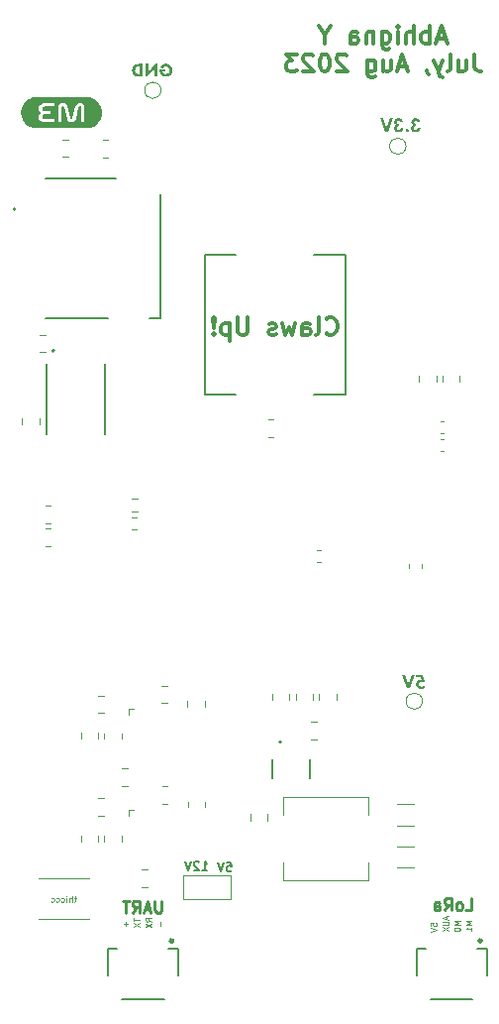
<source format=gbr>
%TF.GenerationSoftware,KiCad,Pcbnew,7.0.5*%
%TF.CreationDate,2023-07-17T20:29:58+05:30*%
%TF.ProjectId,Flight_Computer,466c6967-6874-45f4-936f-6d7075746572,rev?*%
%TF.SameCoordinates,Original*%
%TF.FileFunction,Legend,Bot*%
%TF.FilePolarity,Positive*%
%FSLAX46Y46*%
G04 Gerber Fmt 4.6, Leading zero omitted, Abs format (unit mm)*
G04 Created by KiCad (PCBNEW 7.0.5) date 2023-07-17 20:29:58*
%MOMM*%
%LPD*%
G01*
G04 APERTURE LIST*
%ADD10C,0.300000*%
%ADD11C,0.187500*%
%ADD12C,0.125000*%
%ADD13C,0.250000*%
%ADD14C,0.120000*%
%ADD15C,0.127000*%
%ADD16C,0.200000*%
G04 APERTURE END LIST*
D10*
X153388346Y-96982971D02*
X153459774Y-97054400D01*
X153459774Y-97054400D02*
X153674060Y-97125828D01*
X153674060Y-97125828D02*
X153816917Y-97125828D01*
X153816917Y-97125828D02*
X154031203Y-97054400D01*
X154031203Y-97054400D02*
X154174060Y-96911542D01*
X154174060Y-96911542D02*
X154245489Y-96768685D01*
X154245489Y-96768685D02*
X154316917Y-96482971D01*
X154316917Y-96482971D02*
X154316917Y-96268685D01*
X154316917Y-96268685D02*
X154245489Y-95982971D01*
X154245489Y-95982971D02*
X154174060Y-95840114D01*
X154174060Y-95840114D02*
X154031203Y-95697257D01*
X154031203Y-95697257D02*
X153816917Y-95625828D01*
X153816917Y-95625828D02*
X153674060Y-95625828D01*
X153674060Y-95625828D02*
X153459774Y-95697257D01*
X153459774Y-95697257D02*
X153388346Y-95768685D01*
X152531203Y-97125828D02*
X152674060Y-97054400D01*
X152674060Y-97054400D02*
X152745489Y-96911542D01*
X152745489Y-96911542D02*
X152745489Y-95625828D01*
X151316918Y-97125828D02*
X151316918Y-96340114D01*
X151316918Y-96340114D02*
X151388346Y-96197257D01*
X151388346Y-96197257D02*
X151531203Y-96125828D01*
X151531203Y-96125828D02*
X151816918Y-96125828D01*
X151816918Y-96125828D02*
X151959775Y-96197257D01*
X151316918Y-97054400D02*
X151459775Y-97125828D01*
X151459775Y-97125828D02*
X151816918Y-97125828D01*
X151816918Y-97125828D02*
X151959775Y-97054400D01*
X151959775Y-97054400D02*
X152031203Y-96911542D01*
X152031203Y-96911542D02*
X152031203Y-96768685D01*
X152031203Y-96768685D02*
X151959775Y-96625828D01*
X151959775Y-96625828D02*
X151816918Y-96554400D01*
X151816918Y-96554400D02*
X151459775Y-96554400D01*
X151459775Y-96554400D02*
X151316918Y-96482971D01*
X150745489Y-96125828D02*
X150459775Y-97125828D01*
X150459775Y-97125828D02*
X150174060Y-96411542D01*
X150174060Y-96411542D02*
X149888346Y-97125828D01*
X149888346Y-97125828D02*
X149602632Y-96125828D01*
X149102631Y-97054400D02*
X148959774Y-97125828D01*
X148959774Y-97125828D02*
X148674060Y-97125828D01*
X148674060Y-97125828D02*
X148531203Y-97054400D01*
X148531203Y-97054400D02*
X148459774Y-96911542D01*
X148459774Y-96911542D02*
X148459774Y-96840114D01*
X148459774Y-96840114D02*
X148531203Y-96697257D01*
X148531203Y-96697257D02*
X148674060Y-96625828D01*
X148674060Y-96625828D02*
X148888346Y-96625828D01*
X148888346Y-96625828D02*
X149031203Y-96554400D01*
X149031203Y-96554400D02*
X149102631Y-96411542D01*
X149102631Y-96411542D02*
X149102631Y-96340114D01*
X149102631Y-96340114D02*
X149031203Y-96197257D01*
X149031203Y-96197257D02*
X148888346Y-96125828D01*
X148888346Y-96125828D02*
X148674060Y-96125828D01*
X148674060Y-96125828D02*
X148531203Y-96197257D01*
X146674060Y-95625828D02*
X146674060Y-96840114D01*
X146674060Y-96840114D02*
X146602631Y-96982971D01*
X146602631Y-96982971D02*
X146531203Y-97054400D01*
X146531203Y-97054400D02*
X146388345Y-97125828D01*
X146388345Y-97125828D02*
X146102631Y-97125828D01*
X146102631Y-97125828D02*
X145959774Y-97054400D01*
X145959774Y-97054400D02*
X145888345Y-96982971D01*
X145888345Y-96982971D02*
X145816917Y-96840114D01*
X145816917Y-96840114D02*
X145816917Y-95625828D01*
X145102631Y-96125828D02*
X145102631Y-97625828D01*
X145102631Y-96197257D02*
X144959774Y-96125828D01*
X144959774Y-96125828D02*
X144674059Y-96125828D01*
X144674059Y-96125828D02*
X144531202Y-96197257D01*
X144531202Y-96197257D02*
X144459774Y-96268685D01*
X144459774Y-96268685D02*
X144388345Y-96411542D01*
X144388345Y-96411542D02*
X144388345Y-96840114D01*
X144388345Y-96840114D02*
X144459774Y-96982971D01*
X144459774Y-96982971D02*
X144531202Y-97054400D01*
X144531202Y-97054400D02*
X144674059Y-97125828D01*
X144674059Y-97125828D02*
X144959774Y-97125828D01*
X144959774Y-97125828D02*
X145102631Y-97054400D01*
X143745488Y-96982971D02*
X143674059Y-97054400D01*
X143674059Y-97054400D02*
X143745488Y-97125828D01*
X143745488Y-97125828D02*
X143816916Y-97054400D01*
X143816916Y-97054400D02*
X143745488Y-96982971D01*
X143745488Y-96982971D02*
X143745488Y-97125828D01*
X143745488Y-96554400D02*
X143816916Y-95697257D01*
X143816916Y-95697257D02*
X143745488Y-95625828D01*
X143745488Y-95625828D02*
X143674059Y-95697257D01*
X143674059Y-95697257D02*
X143745488Y-96554400D01*
X143745488Y-96554400D02*
X143745488Y-95625828D01*
D11*
X142774285Y-142837214D02*
X143202856Y-142837214D01*
X142988571Y-142837214D02*
X142988571Y-142087214D01*
X142988571Y-142087214D02*
X143059999Y-142194357D01*
X143059999Y-142194357D02*
X143131428Y-142265785D01*
X143131428Y-142265785D02*
X143202856Y-142301500D01*
X142488570Y-142158642D02*
X142452856Y-142122928D01*
X142452856Y-142122928D02*
X142381428Y-142087214D01*
X142381428Y-142087214D02*
X142202856Y-142087214D01*
X142202856Y-142087214D02*
X142131428Y-142122928D01*
X142131428Y-142122928D02*
X142095713Y-142158642D01*
X142095713Y-142158642D02*
X142059999Y-142230071D01*
X142059999Y-142230071D02*
X142059999Y-142301500D01*
X142059999Y-142301500D02*
X142095713Y-142408642D01*
X142095713Y-142408642D02*
X142524285Y-142837214D01*
X142524285Y-142837214D02*
X142059999Y-142837214D01*
X141845713Y-142087214D02*
X141595713Y-142837214D01*
X141595713Y-142837214D02*
X141345713Y-142087214D01*
D12*
X139234333Y-147209523D02*
X139234333Y-147590476D01*
X163681952Y-146780953D02*
X163681952Y-147019048D01*
X163824809Y-146733334D02*
X163324809Y-146900000D01*
X163324809Y-146900000D02*
X163824809Y-147066667D01*
X163324809Y-147233333D02*
X163729571Y-147233333D01*
X163729571Y-147233333D02*
X163777190Y-147257143D01*
X163777190Y-147257143D02*
X163801000Y-147280952D01*
X163801000Y-147280952D02*
X163824809Y-147328571D01*
X163824809Y-147328571D02*
X163824809Y-147423809D01*
X163824809Y-147423809D02*
X163801000Y-147471428D01*
X163801000Y-147471428D02*
X163777190Y-147495238D01*
X163777190Y-147495238D02*
X163729571Y-147519047D01*
X163729571Y-147519047D02*
X163324809Y-147519047D01*
X163324809Y-147709524D02*
X163824809Y-148042857D01*
X163324809Y-148042857D02*
X163824809Y-147709524D01*
X131983331Y-145191476D02*
X131792855Y-145191476D01*
X131911903Y-145024809D02*
X131911903Y-145453380D01*
X131911903Y-145453380D02*
X131888093Y-145501000D01*
X131888093Y-145501000D02*
X131840474Y-145524809D01*
X131840474Y-145524809D02*
X131792855Y-145524809D01*
X131626189Y-145524809D02*
X131626189Y-145024809D01*
X131411903Y-145524809D02*
X131411903Y-145262904D01*
X131411903Y-145262904D02*
X131435713Y-145215285D01*
X131435713Y-145215285D02*
X131483332Y-145191476D01*
X131483332Y-145191476D02*
X131554760Y-145191476D01*
X131554760Y-145191476D02*
X131602379Y-145215285D01*
X131602379Y-145215285D02*
X131626189Y-145239095D01*
X131173808Y-145524809D02*
X131173808Y-145191476D01*
X131173808Y-145024809D02*
X131197617Y-145048619D01*
X131197617Y-145048619D02*
X131173808Y-145072428D01*
X131173808Y-145072428D02*
X131149998Y-145048619D01*
X131149998Y-145048619D02*
X131173808Y-145024809D01*
X131173808Y-145024809D02*
X131173808Y-145072428D01*
X130721427Y-145501000D02*
X130769046Y-145524809D01*
X130769046Y-145524809D02*
X130864284Y-145524809D01*
X130864284Y-145524809D02*
X130911903Y-145501000D01*
X130911903Y-145501000D02*
X130935713Y-145477190D01*
X130935713Y-145477190D02*
X130959522Y-145429571D01*
X130959522Y-145429571D02*
X130959522Y-145286714D01*
X130959522Y-145286714D02*
X130935713Y-145239095D01*
X130935713Y-145239095D02*
X130911903Y-145215285D01*
X130911903Y-145215285D02*
X130864284Y-145191476D01*
X130864284Y-145191476D02*
X130769046Y-145191476D01*
X130769046Y-145191476D02*
X130721427Y-145215285D01*
X130292856Y-145501000D02*
X130340475Y-145524809D01*
X130340475Y-145524809D02*
X130435713Y-145524809D01*
X130435713Y-145524809D02*
X130483332Y-145501000D01*
X130483332Y-145501000D02*
X130507142Y-145477190D01*
X130507142Y-145477190D02*
X130530951Y-145429571D01*
X130530951Y-145429571D02*
X130530951Y-145286714D01*
X130530951Y-145286714D02*
X130507142Y-145239095D01*
X130507142Y-145239095D02*
X130483332Y-145215285D01*
X130483332Y-145215285D02*
X130435713Y-145191476D01*
X130435713Y-145191476D02*
X130340475Y-145191476D01*
X130340475Y-145191476D02*
X130292856Y-145215285D01*
X129864285Y-145501000D02*
X129911904Y-145524809D01*
X129911904Y-145524809D02*
X130007142Y-145524809D01*
X130007142Y-145524809D02*
X130054761Y-145501000D01*
X130054761Y-145501000D02*
X130078571Y-145477190D01*
X130078571Y-145477190D02*
X130102380Y-145429571D01*
X130102380Y-145429571D02*
X130102380Y-145286714D01*
X130102380Y-145286714D02*
X130078571Y-145239095D01*
X130078571Y-145239095D02*
X130054761Y-145215285D01*
X130054761Y-145215285D02*
X130007142Y-145191476D01*
X130007142Y-145191476D02*
X129911904Y-145191476D01*
X129911904Y-145191476D02*
X129864285Y-145215285D01*
X136234333Y-147209523D02*
X136234333Y-147590476D01*
X136424809Y-147399999D02*
X136043857Y-147399999D01*
X138449809Y-147216666D02*
X138211714Y-147050000D01*
X138449809Y-146930952D02*
X137949809Y-146930952D01*
X137949809Y-146930952D02*
X137949809Y-147121428D01*
X137949809Y-147121428D02*
X137973619Y-147169047D01*
X137973619Y-147169047D02*
X137997428Y-147192857D01*
X137997428Y-147192857D02*
X138045047Y-147216666D01*
X138045047Y-147216666D02*
X138116476Y-147216666D01*
X138116476Y-147216666D02*
X138164095Y-147192857D01*
X138164095Y-147192857D02*
X138187904Y-147169047D01*
X138187904Y-147169047D02*
X138211714Y-147121428D01*
X138211714Y-147121428D02*
X138211714Y-146930952D01*
X137949809Y-147383333D02*
X138449809Y-147716666D01*
X137949809Y-147716666D02*
X138449809Y-147383333D01*
D11*
X144892856Y-142177214D02*
X145249999Y-142177214D01*
X145249999Y-142177214D02*
X145285713Y-142534357D01*
X145285713Y-142534357D02*
X145249999Y-142498642D01*
X145249999Y-142498642D02*
X145178571Y-142462928D01*
X145178571Y-142462928D02*
X144999999Y-142462928D01*
X144999999Y-142462928D02*
X144928571Y-142498642D01*
X144928571Y-142498642D02*
X144892856Y-142534357D01*
X144892856Y-142534357D02*
X144857142Y-142605785D01*
X144857142Y-142605785D02*
X144857142Y-142784357D01*
X144857142Y-142784357D02*
X144892856Y-142855785D01*
X144892856Y-142855785D02*
X144928571Y-142891500D01*
X144928571Y-142891500D02*
X144999999Y-142927214D01*
X144999999Y-142927214D02*
X145178571Y-142927214D01*
X145178571Y-142927214D02*
X145249999Y-142891500D01*
X145249999Y-142891500D02*
X145285713Y-142855785D01*
X144642856Y-142177214D02*
X144392856Y-142927214D01*
X144392856Y-142927214D02*
X144142856Y-142177214D01*
D12*
X165824809Y-147195238D02*
X165324809Y-147195238D01*
X165324809Y-147195238D02*
X165681952Y-147361905D01*
X165681952Y-147361905D02*
X165324809Y-147528571D01*
X165324809Y-147528571D02*
X165824809Y-147528571D01*
X165824809Y-148028572D02*
X165824809Y-147742858D01*
X165824809Y-147885715D02*
X165324809Y-147885715D01*
X165324809Y-147885715D02*
X165396238Y-147838096D01*
X165396238Y-147838096D02*
X165443857Y-147790477D01*
X165443857Y-147790477D02*
X165467666Y-147742858D01*
D13*
X165295238Y-146249619D02*
X165771428Y-146249619D01*
X165771428Y-146249619D02*
X165771428Y-145249619D01*
X164819047Y-146249619D02*
X164914285Y-146202000D01*
X164914285Y-146202000D02*
X164961904Y-146154380D01*
X164961904Y-146154380D02*
X165009523Y-146059142D01*
X165009523Y-146059142D02*
X165009523Y-145773428D01*
X165009523Y-145773428D02*
X164961904Y-145678190D01*
X164961904Y-145678190D02*
X164914285Y-145630571D01*
X164914285Y-145630571D02*
X164819047Y-145582952D01*
X164819047Y-145582952D02*
X164676190Y-145582952D01*
X164676190Y-145582952D02*
X164580952Y-145630571D01*
X164580952Y-145630571D02*
X164533333Y-145678190D01*
X164533333Y-145678190D02*
X164485714Y-145773428D01*
X164485714Y-145773428D02*
X164485714Y-146059142D01*
X164485714Y-146059142D02*
X164533333Y-146154380D01*
X164533333Y-146154380D02*
X164580952Y-146202000D01*
X164580952Y-146202000D02*
X164676190Y-146249619D01*
X164676190Y-146249619D02*
X164819047Y-146249619D01*
X163485714Y-146249619D02*
X163819047Y-145773428D01*
X164057142Y-146249619D02*
X164057142Y-145249619D01*
X164057142Y-145249619D02*
X163676190Y-145249619D01*
X163676190Y-145249619D02*
X163580952Y-145297238D01*
X163580952Y-145297238D02*
X163533333Y-145344857D01*
X163533333Y-145344857D02*
X163485714Y-145440095D01*
X163485714Y-145440095D02*
X163485714Y-145582952D01*
X163485714Y-145582952D02*
X163533333Y-145678190D01*
X163533333Y-145678190D02*
X163580952Y-145725809D01*
X163580952Y-145725809D02*
X163676190Y-145773428D01*
X163676190Y-145773428D02*
X164057142Y-145773428D01*
X162628571Y-146249619D02*
X162628571Y-145725809D01*
X162628571Y-145725809D02*
X162676190Y-145630571D01*
X162676190Y-145630571D02*
X162771428Y-145582952D01*
X162771428Y-145582952D02*
X162961904Y-145582952D01*
X162961904Y-145582952D02*
X163057142Y-145630571D01*
X162628571Y-146202000D02*
X162723809Y-146249619D01*
X162723809Y-146249619D02*
X162961904Y-146249619D01*
X162961904Y-146249619D02*
X163057142Y-146202000D01*
X163057142Y-146202000D02*
X163104761Y-146106761D01*
X163104761Y-146106761D02*
X163104761Y-146011523D01*
X163104761Y-146011523D02*
X163057142Y-145916285D01*
X163057142Y-145916285D02*
X162961904Y-145868666D01*
X162961904Y-145868666D02*
X162723809Y-145868666D01*
X162723809Y-145868666D02*
X162628571Y-145821047D01*
D12*
X162324809Y-147604762D02*
X162324809Y-147366667D01*
X162324809Y-147366667D02*
X162562904Y-147342858D01*
X162562904Y-147342858D02*
X162539095Y-147366667D01*
X162539095Y-147366667D02*
X162515285Y-147414286D01*
X162515285Y-147414286D02*
X162515285Y-147533334D01*
X162515285Y-147533334D02*
X162539095Y-147580953D01*
X162539095Y-147580953D02*
X162562904Y-147604762D01*
X162562904Y-147604762D02*
X162610523Y-147628572D01*
X162610523Y-147628572D02*
X162729571Y-147628572D01*
X162729571Y-147628572D02*
X162777190Y-147604762D01*
X162777190Y-147604762D02*
X162801000Y-147580953D01*
X162801000Y-147580953D02*
X162824809Y-147533334D01*
X162824809Y-147533334D02*
X162824809Y-147414286D01*
X162824809Y-147414286D02*
X162801000Y-147366667D01*
X162801000Y-147366667D02*
X162777190Y-147342858D01*
X162324809Y-147771429D02*
X162824809Y-147938095D01*
X162824809Y-147938095D02*
X162324809Y-148104762D01*
D13*
X139295237Y-145449619D02*
X139295237Y-146259142D01*
X139295237Y-146259142D02*
X139247618Y-146354380D01*
X139247618Y-146354380D02*
X139199999Y-146402000D01*
X139199999Y-146402000D02*
X139104761Y-146449619D01*
X139104761Y-146449619D02*
X138914285Y-146449619D01*
X138914285Y-146449619D02*
X138819047Y-146402000D01*
X138819047Y-146402000D02*
X138771428Y-146354380D01*
X138771428Y-146354380D02*
X138723809Y-146259142D01*
X138723809Y-146259142D02*
X138723809Y-145449619D01*
X138295237Y-146163904D02*
X137819047Y-146163904D01*
X138390475Y-146449619D02*
X138057142Y-145449619D01*
X138057142Y-145449619D02*
X137723809Y-146449619D01*
X136819047Y-146449619D02*
X137152380Y-145973428D01*
X137390475Y-146449619D02*
X137390475Y-145449619D01*
X137390475Y-145449619D02*
X137009523Y-145449619D01*
X137009523Y-145449619D02*
X136914285Y-145497238D01*
X136914285Y-145497238D02*
X136866666Y-145544857D01*
X136866666Y-145544857D02*
X136819047Y-145640095D01*
X136819047Y-145640095D02*
X136819047Y-145782952D01*
X136819047Y-145782952D02*
X136866666Y-145878190D01*
X136866666Y-145878190D02*
X136914285Y-145925809D01*
X136914285Y-145925809D02*
X137009523Y-145973428D01*
X137009523Y-145973428D02*
X137390475Y-145973428D01*
X136533332Y-145449619D02*
X135961904Y-145449619D01*
X136247618Y-146449619D02*
X136247618Y-145449619D01*
D12*
X136924809Y-146919048D02*
X136924809Y-147204762D01*
X137424809Y-147061905D02*
X136924809Y-147061905D01*
X136924809Y-147323809D02*
X137424809Y-147657142D01*
X136924809Y-147657142D02*
X137424809Y-147323809D01*
X164824809Y-147195238D02*
X164324809Y-147195238D01*
X164324809Y-147195238D02*
X164681952Y-147361905D01*
X164681952Y-147361905D02*
X164324809Y-147528571D01*
X164324809Y-147528571D02*
X164824809Y-147528571D01*
X164324809Y-147861905D02*
X164324809Y-147909524D01*
X164324809Y-147909524D02*
X164348619Y-147957143D01*
X164348619Y-147957143D02*
X164372428Y-147980953D01*
X164372428Y-147980953D02*
X164420047Y-148004762D01*
X164420047Y-148004762D02*
X164515285Y-148028572D01*
X164515285Y-148028572D02*
X164634333Y-148028572D01*
X164634333Y-148028572D02*
X164729571Y-148004762D01*
X164729571Y-148004762D02*
X164777190Y-147980953D01*
X164777190Y-147980953D02*
X164801000Y-147957143D01*
X164801000Y-147957143D02*
X164824809Y-147909524D01*
X164824809Y-147909524D02*
X164824809Y-147861905D01*
X164824809Y-147861905D02*
X164801000Y-147814286D01*
X164801000Y-147814286D02*
X164777190Y-147790477D01*
X164777190Y-147790477D02*
X164729571Y-147766667D01*
X164729571Y-147766667D02*
X164634333Y-147742858D01*
X164634333Y-147742858D02*
X164515285Y-147742858D01*
X164515285Y-147742858D02*
X164420047Y-147766667D01*
X164420047Y-147766667D02*
X164372428Y-147790477D01*
X164372428Y-147790477D02*
X164348619Y-147814286D01*
X164348619Y-147814286D02*
X164324809Y-147861905D01*
D10*
X163571428Y-71792257D02*
X162857143Y-71792257D01*
X163714285Y-72220828D02*
X163214285Y-70720828D01*
X163214285Y-70720828D02*
X162714285Y-72220828D01*
X162214286Y-72220828D02*
X162214286Y-70720828D01*
X162214286Y-71292257D02*
X162071429Y-71220828D01*
X162071429Y-71220828D02*
X161785714Y-71220828D01*
X161785714Y-71220828D02*
X161642857Y-71292257D01*
X161642857Y-71292257D02*
X161571429Y-71363685D01*
X161571429Y-71363685D02*
X161500000Y-71506542D01*
X161500000Y-71506542D02*
X161500000Y-71935114D01*
X161500000Y-71935114D02*
X161571429Y-72077971D01*
X161571429Y-72077971D02*
X161642857Y-72149400D01*
X161642857Y-72149400D02*
X161785714Y-72220828D01*
X161785714Y-72220828D02*
X162071429Y-72220828D01*
X162071429Y-72220828D02*
X162214286Y-72149400D01*
X160857143Y-72220828D02*
X160857143Y-70720828D01*
X160214286Y-72220828D02*
X160214286Y-71435114D01*
X160214286Y-71435114D02*
X160285714Y-71292257D01*
X160285714Y-71292257D02*
X160428571Y-71220828D01*
X160428571Y-71220828D02*
X160642857Y-71220828D01*
X160642857Y-71220828D02*
X160785714Y-71292257D01*
X160785714Y-71292257D02*
X160857143Y-71363685D01*
X159500000Y-72220828D02*
X159500000Y-71220828D01*
X159500000Y-70720828D02*
X159571428Y-70792257D01*
X159571428Y-70792257D02*
X159500000Y-70863685D01*
X159500000Y-70863685D02*
X159428571Y-70792257D01*
X159428571Y-70792257D02*
X159500000Y-70720828D01*
X159500000Y-70720828D02*
X159500000Y-70863685D01*
X158142857Y-71220828D02*
X158142857Y-72435114D01*
X158142857Y-72435114D02*
X158214285Y-72577971D01*
X158214285Y-72577971D02*
X158285714Y-72649400D01*
X158285714Y-72649400D02*
X158428571Y-72720828D01*
X158428571Y-72720828D02*
X158642857Y-72720828D01*
X158642857Y-72720828D02*
X158785714Y-72649400D01*
X158142857Y-72149400D02*
X158285714Y-72220828D01*
X158285714Y-72220828D02*
X158571428Y-72220828D01*
X158571428Y-72220828D02*
X158714285Y-72149400D01*
X158714285Y-72149400D02*
X158785714Y-72077971D01*
X158785714Y-72077971D02*
X158857142Y-71935114D01*
X158857142Y-71935114D02*
X158857142Y-71506542D01*
X158857142Y-71506542D02*
X158785714Y-71363685D01*
X158785714Y-71363685D02*
X158714285Y-71292257D01*
X158714285Y-71292257D02*
X158571428Y-71220828D01*
X158571428Y-71220828D02*
X158285714Y-71220828D01*
X158285714Y-71220828D02*
X158142857Y-71292257D01*
X157428571Y-71220828D02*
X157428571Y-72220828D01*
X157428571Y-71363685D02*
X157357142Y-71292257D01*
X157357142Y-71292257D02*
X157214285Y-71220828D01*
X157214285Y-71220828D02*
X156999999Y-71220828D01*
X156999999Y-71220828D02*
X156857142Y-71292257D01*
X156857142Y-71292257D02*
X156785714Y-71435114D01*
X156785714Y-71435114D02*
X156785714Y-72220828D01*
X155428571Y-72220828D02*
X155428571Y-71435114D01*
X155428571Y-71435114D02*
X155499999Y-71292257D01*
X155499999Y-71292257D02*
X155642856Y-71220828D01*
X155642856Y-71220828D02*
X155928571Y-71220828D01*
X155928571Y-71220828D02*
X156071428Y-71292257D01*
X155428571Y-72149400D02*
X155571428Y-72220828D01*
X155571428Y-72220828D02*
X155928571Y-72220828D01*
X155928571Y-72220828D02*
X156071428Y-72149400D01*
X156071428Y-72149400D02*
X156142856Y-72006542D01*
X156142856Y-72006542D02*
X156142856Y-71863685D01*
X156142856Y-71863685D02*
X156071428Y-71720828D01*
X156071428Y-71720828D02*
X155928571Y-71649400D01*
X155928571Y-71649400D02*
X155571428Y-71649400D01*
X155571428Y-71649400D02*
X155428571Y-71577971D01*
X153285713Y-71506542D02*
X153285713Y-72220828D01*
X153785713Y-70720828D02*
X153285713Y-71506542D01*
X153285713Y-71506542D02*
X152785713Y-70720828D01*
X166035712Y-73135828D02*
X166035712Y-74207257D01*
X166035712Y-74207257D02*
X166107141Y-74421542D01*
X166107141Y-74421542D02*
X166249998Y-74564400D01*
X166249998Y-74564400D02*
X166464284Y-74635828D01*
X166464284Y-74635828D02*
X166607141Y-74635828D01*
X164678570Y-73635828D02*
X164678570Y-74635828D01*
X165321427Y-73635828D02*
X165321427Y-74421542D01*
X165321427Y-74421542D02*
X165249998Y-74564400D01*
X165249998Y-74564400D02*
X165107141Y-74635828D01*
X165107141Y-74635828D02*
X164892855Y-74635828D01*
X164892855Y-74635828D02*
X164749998Y-74564400D01*
X164749998Y-74564400D02*
X164678570Y-74492971D01*
X163749998Y-74635828D02*
X163892855Y-74564400D01*
X163892855Y-74564400D02*
X163964284Y-74421542D01*
X163964284Y-74421542D02*
X163964284Y-73135828D01*
X163321427Y-73635828D02*
X162964284Y-74635828D01*
X162607141Y-73635828D02*
X162964284Y-74635828D01*
X162964284Y-74635828D02*
X163107141Y-74992971D01*
X163107141Y-74992971D02*
X163178570Y-75064400D01*
X163178570Y-75064400D02*
X163321427Y-75135828D01*
X161964284Y-74564400D02*
X161964284Y-74635828D01*
X161964284Y-74635828D02*
X162035713Y-74778685D01*
X162035713Y-74778685D02*
X162107141Y-74850114D01*
X160249998Y-74207257D02*
X159535713Y-74207257D01*
X160392855Y-74635828D02*
X159892855Y-73135828D01*
X159892855Y-73135828D02*
X159392855Y-74635828D01*
X158249999Y-73635828D02*
X158249999Y-74635828D01*
X158892856Y-73635828D02*
X158892856Y-74421542D01*
X158892856Y-74421542D02*
X158821427Y-74564400D01*
X158821427Y-74564400D02*
X158678570Y-74635828D01*
X158678570Y-74635828D02*
X158464284Y-74635828D01*
X158464284Y-74635828D02*
X158321427Y-74564400D01*
X158321427Y-74564400D02*
X158249999Y-74492971D01*
X156892856Y-73635828D02*
X156892856Y-74850114D01*
X156892856Y-74850114D02*
X156964284Y-74992971D01*
X156964284Y-74992971D02*
X157035713Y-75064400D01*
X157035713Y-75064400D02*
X157178570Y-75135828D01*
X157178570Y-75135828D02*
X157392856Y-75135828D01*
X157392856Y-75135828D02*
X157535713Y-75064400D01*
X156892856Y-74564400D02*
X157035713Y-74635828D01*
X157035713Y-74635828D02*
X157321427Y-74635828D01*
X157321427Y-74635828D02*
X157464284Y-74564400D01*
X157464284Y-74564400D02*
X157535713Y-74492971D01*
X157535713Y-74492971D02*
X157607141Y-74350114D01*
X157607141Y-74350114D02*
X157607141Y-73921542D01*
X157607141Y-73921542D02*
X157535713Y-73778685D01*
X157535713Y-73778685D02*
X157464284Y-73707257D01*
X157464284Y-73707257D02*
X157321427Y-73635828D01*
X157321427Y-73635828D02*
X157035713Y-73635828D01*
X157035713Y-73635828D02*
X156892856Y-73707257D01*
X155107141Y-73278685D02*
X155035713Y-73207257D01*
X155035713Y-73207257D02*
X154892856Y-73135828D01*
X154892856Y-73135828D02*
X154535713Y-73135828D01*
X154535713Y-73135828D02*
X154392856Y-73207257D01*
X154392856Y-73207257D02*
X154321427Y-73278685D01*
X154321427Y-73278685D02*
X154249998Y-73421542D01*
X154249998Y-73421542D02*
X154249998Y-73564400D01*
X154249998Y-73564400D02*
X154321427Y-73778685D01*
X154321427Y-73778685D02*
X155178570Y-74635828D01*
X155178570Y-74635828D02*
X154249998Y-74635828D01*
X153321427Y-73135828D02*
X153178570Y-73135828D01*
X153178570Y-73135828D02*
X153035713Y-73207257D01*
X153035713Y-73207257D02*
X152964285Y-73278685D01*
X152964285Y-73278685D02*
X152892856Y-73421542D01*
X152892856Y-73421542D02*
X152821427Y-73707257D01*
X152821427Y-73707257D02*
X152821427Y-74064400D01*
X152821427Y-74064400D02*
X152892856Y-74350114D01*
X152892856Y-74350114D02*
X152964285Y-74492971D01*
X152964285Y-74492971D02*
X153035713Y-74564400D01*
X153035713Y-74564400D02*
X153178570Y-74635828D01*
X153178570Y-74635828D02*
X153321427Y-74635828D01*
X153321427Y-74635828D02*
X153464285Y-74564400D01*
X153464285Y-74564400D02*
X153535713Y-74492971D01*
X153535713Y-74492971D02*
X153607142Y-74350114D01*
X153607142Y-74350114D02*
X153678570Y-74064400D01*
X153678570Y-74064400D02*
X153678570Y-73707257D01*
X153678570Y-73707257D02*
X153607142Y-73421542D01*
X153607142Y-73421542D02*
X153535713Y-73278685D01*
X153535713Y-73278685D02*
X153464285Y-73207257D01*
X153464285Y-73207257D02*
X153321427Y-73135828D01*
X152249999Y-73278685D02*
X152178571Y-73207257D01*
X152178571Y-73207257D02*
X152035714Y-73135828D01*
X152035714Y-73135828D02*
X151678571Y-73135828D01*
X151678571Y-73135828D02*
X151535714Y-73207257D01*
X151535714Y-73207257D02*
X151464285Y-73278685D01*
X151464285Y-73278685D02*
X151392856Y-73421542D01*
X151392856Y-73421542D02*
X151392856Y-73564400D01*
X151392856Y-73564400D02*
X151464285Y-73778685D01*
X151464285Y-73778685D02*
X152321428Y-74635828D01*
X152321428Y-74635828D02*
X151392856Y-74635828D01*
X150892857Y-73135828D02*
X149964285Y-73135828D01*
X149964285Y-73135828D02*
X150464285Y-73707257D01*
X150464285Y-73707257D02*
X150250000Y-73707257D01*
X150250000Y-73707257D02*
X150107143Y-73778685D01*
X150107143Y-73778685D02*
X150035714Y-73850114D01*
X150035714Y-73850114D02*
X149964285Y-73992971D01*
X149964285Y-73992971D02*
X149964285Y-74350114D01*
X149964285Y-74350114D02*
X150035714Y-74492971D01*
X150035714Y-74492971D02*
X150107143Y-74564400D01*
X150107143Y-74564400D02*
X150250000Y-74635828D01*
X150250000Y-74635828D02*
X150678571Y-74635828D01*
X150678571Y-74635828D02*
X150821428Y-74564400D01*
X150821428Y-74564400D02*
X150892857Y-74492971D01*
D14*
%TO.C,TP3*%
X160200000Y-81000000D02*
G75*
G03*
X160200000Y-81000000I-700000J0D01*
G01*
%TO.C,kibuzzard-6177F1EE*%
G36*
X138163450Y-74653194D02*
G01*
X138738125Y-73970569D01*
X138950850Y-73970569D01*
X138950850Y-75029431D01*
X138706375Y-75029431D01*
X138706375Y-74343631D01*
X138131700Y-75029431D01*
X137918975Y-75029431D01*
X137918975Y-73970569D01*
X138163450Y-73970569D01*
X138163450Y-74653194D01*
G37*
G36*
X137687200Y-73970569D02*
G01*
X137687200Y-75029431D01*
X137344300Y-75029431D01*
X137220574Y-75019509D01*
X137109747Y-74989744D01*
X137011818Y-74940134D01*
X136926787Y-74870681D01*
X136863585Y-74793092D01*
X136818441Y-74704788D01*
X136791354Y-74605767D01*
X136782325Y-74496031D01*
X137033150Y-74496031D01*
X137044615Y-74599924D01*
X137079011Y-74685120D01*
X137136337Y-74751619D01*
X137201249Y-74791306D01*
X137281682Y-74815119D01*
X137377637Y-74823056D01*
X137442725Y-74823056D01*
X137442725Y-74176944D01*
X137377637Y-74176944D01*
X137274979Y-74186998D01*
X137189254Y-74217160D01*
X137120462Y-74267431D01*
X137071956Y-74331637D01*
X137042851Y-74407837D01*
X137033150Y-74496031D01*
X136782325Y-74496031D01*
X136791850Y-74385402D01*
X136820425Y-74285291D01*
X136868050Y-74195696D01*
X136934725Y-74116619D01*
X137017374Y-74052722D01*
X137114509Y-74007081D01*
X137226130Y-73979697D01*
X137352237Y-73970569D01*
X137687200Y-73970569D01*
G37*
G36*
X139775358Y-73956380D02*
G01*
X139886681Y-73985253D01*
X139983320Y-74033374D01*
X140065275Y-74100744D01*
X140131950Y-74184187D01*
X140179575Y-74278941D01*
X140208150Y-74385005D01*
X140217675Y-74502381D01*
X140207952Y-74618666D01*
X140178781Y-74724631D01*
X140130164Y-74820278D01*
X140062100Y-74905606D01*
X139975184Y-74978631D01*
X139882713Y-75023081D01*
X139783097Y-75045703D01*
X139674750Y-75053244D01*
X139561244Y-75044215D01*
X139460438Y-75017128D01*
X139372331Y-74971984D01*
X139296925Y-74908781D01*
X139225884Y-74814127D01*
X139174688Y-74698438D01*
X139143731Y-74576398D01*
X139133413Y-74462694D01*
X139133413Y-74451581D01*
X139658875Y-74451581D01*
X139658875Y-74648431D01*
X139403288Y-74648431D01*
X139433450Y-74721059D01*
X139479488Y-74773844D01*
X139558863Y-74816706D01*
X139663638Y-74830994D01*
X139783891Y-74810356D01*
X139877950Y-74748444D01*
X139927339Y-74681945D01*
X139956972Y-74600983D01*
X139966850Y-74505556D01*
X139956796Y-74408542D01*
X139926633Y-74324934D01*
X139876363Y-74254731D01*
X139781113Y-74190437D01*
X139657288Y-74169006D01*
X139570769Y-74181706D01*
X139495363Y-74219806D01*
X139443372Y-74269019D01*
X139401700Y-74334106D01*
X139181038Y-74215044D01*
X139258031Y-74107491D01*
X139352488Y-74026131D01*
X139439094Y-73982034D01*
X139538049Y-73955576D01*
X139649350Y-73946756D01*
X139775358Y-73956380D01*
G37*
%TO.C,kibuzzard-6177C39A*%
G36*
X132709769Y-76780123D02*
G01*
X132858597Y-76780123D01*
X132990418Y-76786599D01*
X133120969Y-76805964D01*
X133248994Y-76838033D01*
X133373259Y-76882496D01*
X133492568Y-76938924D01*
X133605771Y-77006776D01*
X133711778Y-77085396D01*
X133809569Y-77174028D01*
X133898201Y-77271819D01*
X133976821Y-77377826D01*
X134044673Y-77491029D01*
X134101101Y-77610338D01*
X134145564Y-77734603D01*
X134177633Y-77862627D01*
X134196998Y-77993179D01*
X134203474Y-78125000D01*
X134196998Y-78256821D01*
X134177633Y-78387373D01*
X134145564Y-78515397D01*
X134101101Y-78639662D01*
X134044673Y-78758971D01*
X133976821Y-78872174D01*
X133898201Y-78978181D01*
X133809569Y-79075972D01*
X133711778Y-79164604D01*
X133605771Y-79243224D01*
X133492568Y-79311076D01*
X133373259Y-79367504D01*
X133248994Y-79411967D01*
X133120969Y-79444036D01*
X132990418Y-79463401D01*
X132858597Y-79469877D01*
X132709769Y-79469877D01*
X128790231Y-79469877D01*
X128641403Y-79469877D01*
X128509582Y-79463401D01*
X128379031Y-79444036D01*
X128251006Y-79411967D01*
X128126741Y-79367504D01*
X128007432Y-79311076D01*
X127894229Y-79243224D01*
X127788222Y-79164604D01*
X127690431Y-79075972D01*
X127601799Y-78978181D01*
X127523179Y-78872174D01*
X127455327Y-78758971D01*
X127398899Y-78639662D01*
X127354436Y-78515397D01*
X127349995Y-78497666D01*
X128790231Y-78497666D01*
X128821187Y-78666734D01*
X128916437Y-78803656D01*
X129081934Y-78895334D01*
X129193555Y-78920337D01*
X129326012Y-78928672D01*
X130138019Y-78928672D01*
X130471394Y-78928672D01*
X130750000Y-78928672D01*
X130750000Y-77666609D01*
X130779766Y-77591600D01*
X130864300Y-77564216D01*
X130940500Y-77586837D01*
X130976219Y-77649941D01*
X131207200Y-78633397D01*
X131257802Y-78773593D01*
X131333406Y-78875094D01*
X131441158Y-78936709D01*
X131588200Y-78957247D01*
X131737921Y-78936411D01*
X131848947Y-78873903D01*
X131926635Y-78772105D01*
X131976344Y-78633397D01*
X132204944Y-77649941D01*
X132241853Y-77586837D01*
X132316863Y-77564216D01*
X132401397Y-77591600D01*
X132431163Y-77666609D01*
X132431163Y-78928672D01*
X132709769Y-78928672D01*
X132709769Y-77652322D01*
X132685956Y-77506173D01*
X132614519Y-77391575D01*
X132494266Y-77317459D01*
X132324006Y-77292753D01*
X132170416Y-77313291D01*
X132052544Y-77374906D01*
X131969200Y-77474621D01*
X131919194Y-77609459D01*
X131692975Y-78592916D01*
X131585819Y-78683403D01*
X131478663Y-78592916D01*
X131252444Y-77609459D01*
X131203926Y-77474621D01*
X131125047Y-77374906D01*
X131011045Y-77313291D01*
X130857156Y-77292753D01*
X130686897Y-77317459D01*
X130566644Y-77391575D01*
X130495206Y-77506173D01*
X130471394Y-77652322D01*
X130471394Y-78928672D01*
X130138019Y-78928672D01*
X130138019Y-78647684D01*
X129326012Y-78647684D01*
X129218261Y-78634290D01*
X129142656Y-78594106D01*
X129083125Y-78442897D01*
X129110377Y-78335741D01*
X129192133Y-78271447D01*
X129328394Y-78250016D01*
X129823694Y-78250016D01*
X129823694Y-77995222D01*
X129335537Y-77995222D01*
X129227488Y-77983613D01*
X129150991Y-77948787D01*
X129090269Y-77802341D01*
X129147419Y-77657084D01*
X129222428Y-77616008D01*
X129333156Y-77602316D01*
X130135637Y-77602316D01*
X130135637Y-77321328D01*
X129333156Y-77321328D01*
X129200699Y-77329365D01*
X129089078Y-77353475D01*
X128922391Y-77443962D01*
X128825950Y-77580884D01*
X128794994Y-77752334D01*
X128809579Y-77881815D01*
X128853334Y-77984506D01*
X128925070Y-78063385D01*
X129023594Y-78121428D01*
X128922986Y-78180066D01*
X128849762Y-78260731D01*
X128805114Y-78365804D01*
X128790231Y-78497666D01*
X127349995Y-78497666D01*
X127322367Y-78387373D01*
X127303002Y-78256821D01*
X127296526Y-78125000D01*
X127303002Y-77993179D01*
X127322367Y-77862627D01*
X127354436Y-77734603D01*
X127398899Y-77610338D01*
X127455327Y-77491029D01*
X127523179Y-77377826D01*
X127601799Y-77271819D01*
X127690431Y-77174028D01*
X127788222Y-77085396D01*
X127894229Y-77006776D01*
X128007432Y-76938924D01*
X128126741Y-76882496D01*
X128251006Y-76838033D01*
X128379031Y-76805964D01*
X128509582Y-76786599D01*
X128641403Y-76780123D01*
X128790231Y-76780123D01*
X132709769Y-76780123D01*
G37*
D15*
%TO.C,U5*%
X134450000Y-99575000D02*
X134450000Y-105575000D01*
X129450000Y-99575000D02*
X129450000Y-105575000D01*
D16*
X130145000Y-98460000D02*
G75*
G03*
X130145000Y-98460000I-100000J0D01*
G01*
D14*
%TO.C,R26*%
X129372936Y-113665000D02*
X129827064Y-113665000D01*
X129372936Y-115135000D02*
X129827064Y-115135000D01*
%TO.C,R24*%
X154235000Y-127797936D02*
X154235000Y-128252064D01*
X152765000Y-127797936D02*
X152765000Y-128252064D01*
%TO.C,R4*%
X148877064Y-105835000D02*
X148422936Y-105835000D01*
X148877064Y-104365000D02*
X148422936Y-104365000D01*
D16*
%TO.C,B1*%
X143000000Y-102250000D02*
X145650000Y-102250000D01*
X152350000Y-102250000D02*
X155000000Y-102250000D01*
X155000000Y-102250000D02*
X155000000Y-90250000D01*
X143000000Y-90250000D02*
X143000000Y-102250000D01*
X145650000Y-90250000D02*
X143000000Y-90250000D01*
X155000000Y-90250000D02*
X152350000Y-90250000D01*
D14*
%TO.C,U13*%
X136450000Y-129075000D02*
X136950000Y-129075000D01*
X136450000Y-129575000D02*
X136450000Y-129075000D01*
%TO.C,TP2*%
X161600000Y-128400000D02*
G75*
G03*
X161600000Y-128400000I-700000J0D01*
G01*
%TO.C,C10*%
X127365000Y-104736252D02*
X127365000Y-104213748D01*
X128835000Y-104736252D02*
X128835000Y-104213748D01*
%TO.C,R7*%
X134272936Y-80490000D02*
X134727064Y-80490000D01*
X134272936Y-81960000D02*
X134727064Y-81960000D01*
%TO.C,R12*%
X139335436Y-135690000D02*
X139789564Y-135690000D01*
X139335436Y-137160000D02*
X139789564Y-137160000D01*
%TO.C,C17*%
X148335000Y-138063748D02*
X148335000Y-138586252D01*
X146865000Y-138063748D02*
X146865000Y-138586252D01*
%TO.C,R6*%
X137187258Y-113722500D02*
X136712742Y-113722500D01*
X137187258Y-112677500D02*
X136712742Y-112677500D01*
%TO.C,R14*%
X134415000Y-140377064D02*
X134415000Y-139922936D01*
X135885000Y-140377064D02*
X135885000Y-139922936D01*
%TO.C,R18*%
X135922936Y-134165000D02*
X136377064Y-134165000D01*
X135922936Y-135635000D02*
X136377064Y-135635000D01*
%TO.C,C4*%
X163159420Y-104490000D02*
X163440580Y-104490000D01*
X163159420Y-105510000D02*
X163440580Y-105510000D01*
D15*
%TO.C,U2*%
X152024000Y-133400000D02*
X152024000Y-135000000D01*
X148784000Y-133400000D02*
X148784000Y-135000000D01*
D16*
X149554000Y-131900000D02*
G75*
G03*
X149554000Y-131900000I-100000J0D01*
G01*
D14*
%TO.C,R15*%
X134390000Y-131602064D02*
X134390000Y-131147936D01*
X135860000Y-131602064D02*
X135860000Y-131147936D01*
%TO.C,C25*%
X134411252Y-138160000D02*
X133888748Y-138160000D01*
X134411252Y-136690000D02*
X133888748Y-136690000D01*
%TO.C,R13*%
X139322936Y-127065000D02*
X139777064Y-127065000D01*
X139322936Y-128535000D02*
X139777064Y-128535000D01*
%TO.C,R19*%
X133102064Y-146960000D02*
X128747936Y-146960000D01*
X133102064Y-143540000D02*
X128747936Y-143540000D01*
%TO.C,R5*%
X128897936Y-97115000D02*
X129352064Y-97115000D01*
X128897936Y-98585000D02*
X129352064Y-98585000D01*
%TO.C,R2*%
X161315000Y-101077064D02*
X161315000Y-100622936D01*
X162785000Y-101077064D02*
X162785000Y-100622936D01*
%TO.C,C20*%
X159438748Y-137190000D02*
X160861252Y-137190000D01*
X159438748Y-139010000D02*
X160861252Y-139010000D01*
%TO.C,C5*%
X163159420Y-106015000D02*
X163440580Y-106015000D01*
X163159420Y-107035000D02*
X163440580Y-107035000D01*
%TO.C,L1*%
X149717800Y-136543600D02*
X156982200Y-136543600D01*
X149717800Y-138115860D02*
X149717800Y-136543600D01*
X149717800Y-143706400D02*
X149717800Y-142134140D01*
X156982200Y-136543600D02*
X156982200Y-138115860D01*
X156982200Y-142134140D02*
X156982200Y-143706400D01*
X156982200Y-143706400D02*
X149717800Y-143706400D01*
%TO.C,JP1*%
X145240000Y-145280000D02*
X145240000Y-143280000D01*
X145240000Y-143280000D02*
X141140000Y-143280000D01*
X141140000Y-145280000D02*
X145240000Y-145280000D01*
X141140000Y-143280000D02*
X141140000Y-145280000D01*
%TO.C,C1*%
X160490000Y-116990580D02*
X160490000Y-116709420D01*
X161510000Y-116990580D02*
X161510000Y-116709420D01*
%TO.C,C26*%
X134386252Y-129385000D02*
X133863748Y-129385000D01*
X134386252Y-127915000D02*
X133863748Y-127915000D01*
%TO.C,R10*%
X141565000Y-137452064D02*
X141565000Y-136997936D01*
X143035000Y-137452064D02*
X143035000Y-136997936D01*
%TO.C,C14*%
X152609420Y-115490000D02*
X152890580Y-115490000D01*
X152609420Y-116510000D02*
X152890580Y-116510000D01*
%TO.C,C8*%
X152235000Y-127738748D02*
X152235000Y-128261252D01*
X150765000Y-127738748D02*
X150765000Y-128261252D01*
%TO.C,C7*%
X131311252Y-81910000D02*
X130788748Y-81910000D01*
X131311252Y-80440000D02*
X130788748Y-80440000D01*
%TO.C,C28*%
X132390000Y-131611252D02*
X132390000Y-131088748D01*
X133860000Y-131611252D02*
X133860000Y-131088748D01*
%TO.C,R11*%
X141515000Y-128852064D02*
X141515000Y-128397936D01*
X142985000Y-128852064D02*
X142985000Y-128397936D01*
%TO.C,kibuzzard-630E1258*%
G36*
X160394727Y-79553467D02*
G01*
X160433871Y-79648810D01*
X160394727Y-79741827D01*
X160300546Y-79780585D01*
X160205978Y-79742215D01*
X160167221Y-79648810D01*
X160206366Y-79553467D01*
X160300546Y-79513934D01*
X160394727Y-79553467D01*
G37*
G36*
X158505307Y-79323248D02*
G01*
X158528949Y-79416266D01*
X158551041Y-79545715D01*
X158565381Y-79474596D01*
X158578946Y-79411615D01*
X158598325Y-79331000D01*
X158819241Y-78623291D01*
X159087442Y-78623291D01*
X158668088Y-79758105D01*
X158438644Y-79758105D01*
X158016190Y-78623291D01*
X158281290Y-78623291D01*
X158505307Y-79323248D01*
G37*
G36*
X161126939Y-78620320D02*
G01*
X161216339Y-78646287D01*
X161288858Y-78689566D01*
X161343204Y-78748865D01*
X161378086Y-78822891D01*
X161393503Y-78911646D01*
X161178012Y-78911646D01*
X161133054Y-78824829D01*
X161028409Y-78794598D01*
X160927252Y-78831805D01*
X160888882Y-78929474D01*
X160931128Y-79036444D01*
X160983741Y-79063187D01*
X161057089Y-79072101D01*
X161070267Y-79071326D01*
X161084219Y-79070551D01*
X161084219Y-79268988D01*
X161068716Y-79268213D01*
X161053989Y-79267438D01*
X160971532Y-79278096D01*
X160911749Y-79310071D01*
X160875414Y-79362781D01*
X160863303Y-79435645D01*
X160875027Y-79505020D01*
X160910199Y-79556567D01*
X160966882Y-79588542D01*
X161043137Y-79599200D01*
X161110477Y-79589608D01*
X161163672Y-79560831D01*
X161209793Y-79461224D01*
X161209793Y-79458124D01*
X161433810Y-79458124D01*
X161433810Y-79467426D01*
X161422054Y-79557343D01*
X161386785Y-79634857D01*
X161328003Y-79699969D01*
X161249842Y-79749062D01*
X161156437Y-79778518D01*
X161047787Y-79788336D01*
X160929104Y-79778302D01*
X160828335Y-79748201D01*
X160745480Y-79698032D01*
X160683899Y-79630551D01*
X160646951Y-79548514D01*
X160634634Y-79451923D01*
X160649362Y-79348053D01*
X160693546Y-79261237D01*
X160762727Y-79197093D01*
X160852451Y-79161243D01*
X160774839Y-79132659D01*
X160714087Y-79077914D01*
X160674845Y-79002822D01*
X160661765Y-78913196D01*
X160672530Y-78827068D01*
X160704828Y-78753688D01*
X160758658Y-78693054D01*
X160830833Y-78647837D01*
X160918166Y-78620707D01*
X161020657Y-78611664D01*
X161126939Y-78620320D01*
G37*
G36*
X159666563Y-78620320D02*
G01*
X159755963Y-78646287D01*
X159828482Y-78689566D01*
X159882828Y-78748865D01*
X159917710Y-78822891D01*
X159933127Y-78911646D01*
X159717636Y-78911646D01*
X159672678Y-78824829D01*
X159568033Y-78794598D01*
X159466876Y-78831805D01*
X159428506Y-78929474D01*
X159470752Y-79036444D01*
X159523365Y-79063187D01*
X159596713Y-79072101D01*
X159609891Y-79071326D01*
X159623843Y-79070551D01*
X159623843Y-79268988D01*
X159608340Y-79268213D01*
X159593613Y-79267438D01*
X159511156Y-79278096D01*
X159451373Y-79310071D01*
X159415038Y-79362781D01*
X159402927Y-79435645D01*
X159414651Y-79505020D01*
X159449823Y-79556567D01*
X159506506Y-79588542D01*
X159582761Y-79599200D01*
X159650101Y-79589608D01*
X159703296Y-79560831D01*
X159749417Y-79461224D01*
X159749417Y-79458124D01*
X159973434Y-79458124D01*
X159973434Y-79467426D01*
X159961678Y-79557343D01*
X159926409Y-79634857D01*
X159867627Y-79699969D01*
X159789466Y-79749062D01*
X159696061Y-79778518D01*
X159587411Y-79788336D01*
X159468728Y-79778302D01*
X159367959Y-79748201D01*
X159285104Y-79698032D01*
X159223523Y-79630551D01*
X159186575Y-79548514D01*
X159174258Y-79451923D01*
X159188986Y-79348053D01*
X159233170Y-79261237D01*
X159302351Y-79197093D01*
X159392075Y-79161243D01*
X159314463Y-79132659D01*
X159253711Y-79077914D01*
X159214469Y-79002822D01*
X159201389Y-78913196D01*
X159212154Y-78827068D01*
X159244452Y-78753688D01*
X159298282Y-78693054D01*
X159370457Y-78647837D01*
X159457790Y-78620707D01*
X159560281Y-78611664D01*
X159666563Y-78620320D01*
G37*
%TO.C,TP4*%
X139250000Y-76225000D02*
G75*
G03*
X139250000Y-76225000I-700000J0D01*
G01*
%TO.C,R17*%
X137622936Y-142790000D02*
X138077064Y-142790000D01*
X137622936Y-144260000D02*
X138077064Y-144260000D01*
D15*
%TO.C,U10*%
X134700000Y-95725000D02*
X129400000Y-95725000D01*
X139175000Y-95725000D02*
X138250000Y-95725000D01*
X139175000Y-95725000D02*
X139175000Y-85075000D01*
X135350000Y-83775000D02*
X129400000Y-83775000D01*
D16*
X126800000Y-86375000D02*
G75*
G03*
X126800000Y-86375000I-100000J0D01*
G01*
D14*
%TO.C,C21*%
X159438748Y-140815000D02*
X160861252Y-140815000D01*
X159438748Y-142635000D02*
X160861252Y-142635000D01*
%TO.C,U12*%
X136450000Y-137725000D02*
X136950000Y-137725000D01*
X136450000Y-138225000D02*
X136450000Y-137725000D01*
%TO.C,C15*%
X152063748Y-130190000D02*
X152586252Y-130190000D01*
X152063748Y-131660000D02*
X152586252Y-131660000D01*
%TO.C,R25*%
X148765000Y-128252064D02*
X148765000Y-127797936D01*
X150235000Y-128252064D02*
X150235000Y-127797936D01*
D15*
%TO.C,HD5*%
X167100000Y-149575000D02*
X167100000Y-151850000D01*
X166300000Y-149575000D02*
X167100000Y-149575000D01*
X165900000Y-153825000D02*
X162300000Y-153825000D01*
X161900000Y-149575000D02*
X161100000Y-149575000D01*
X161100000Y-149575000D02*
X161100000Y-151850000D01*
D10*
X166650000Y-148865000D02*
G75*
G03*
X166650000Y-148865000I-100000J0D01*
G01*
D14*
%TO.C,R1*%
X163290000Y-101077064D02*
X163290000Y-100622936D01*
X164760000Y-101077064D02*
X164760000Y-100622936D01*
D15*
%TO.C,HD6*%
X140700000Y-149575000D02*
X140700000Y-151850000D01*
X139900000Y-149575000D02*
X140700000Y-149575000D01*
X139500000Y-153825000D02*
X135900000Y-153825000D01*
X135500000Y-149575000D02*
X134700000Y-149575000D01*
X134700000Y-149575000D02*
X134700000Y-151850000D01*
D10*
X140250000Y-148865000D02*
G75*
G03*
X140250000Y-148865000I-100000J0D01*
G01*
D14*
%TO.C,R8*%
X137212258Y-112172500D02*
X136737742Y-112172500D01*
X137212258Y-111127500D02*
X136737742Y-111127500D01*
%TO.C,C27*%
X132415000Y-140386252D02*
X132415000Y-139863748D01*
X133885000Y-140386252D02*
X133885000Y-139863748D01*
%TO.C,kibuzzard-630E12E2*%
G36*
X160355069Y-126867435D02*
G01*
X160378711Y-126960452D01*
X160400803Y-127089902D01*
X160415143Y-127018782D01*
X160428708Y-126955801D01*
X160448087Y-126875186D01*
X160669003Y-126167477D01*
X160937204Y-126167477D01*
X160517850Y-127302292D01*
X160288406Y-127302292D01*
X159865952Y-126167477D01*
X160131052Y-126167477D01*
X160355069Y-126867435D01*
G37*
G36*
X161789090Y-126768991D02*
G01*
X161735605Y-126802322D01*
X161638712Y-126752325D01*
X161523990Y-126735660D01*
X161420508Y-126749031D01*
X161344156Y-126789145D01*
X161297066Y-126854063D01*
X161281369Y-126941849D01*
X161297453Y-127027212D01*
X161345706Y-127092615D01*
X161422058Y-127134182D01*
X161522440Y-127148038D01*
X161647238Y-127129047D01*
X161710219Y-127101432D01*
X161784439Y-127056570D01*
X161834048Y-127240280D01*
X161760506Y-127281363D01*
X161682507Y-127310043D01*
X161598501Y-127326903D01*
X161506937Y-127332523D01*
X161373439Y-127320637D01*
X161260268Y-127284980D01*
X161167422Y-127225552D01*
X161098521Y-127145798D01*
X161057179Y-127049163D01*
X161043399Y-126935648D01*
X161054682Y-126836170D01*
X161088530Y-126749612D01*
X161144943Y-126675974D01*
X161219185Y-126619991D01*
X161306518Y-126586401D01*
X161406943Y-126575204D01*
X161480194Y-126581018D01*
X161555771Y-126599234D01*
X161500735Y-126369016D01*
X161062778Y-126369016D01*
X161062778Y-126178329D01*
X161648013Y-126178329D01*
X161789090Y-126768991D01*
G37*
%TO.C,R27*%
X129827064Y-113185000D02*
X129372936Y-113185000D01*
X129827064Y-111715000D02*
X129372936Y-111715000D01*
%TD*%
M02*

</source>
